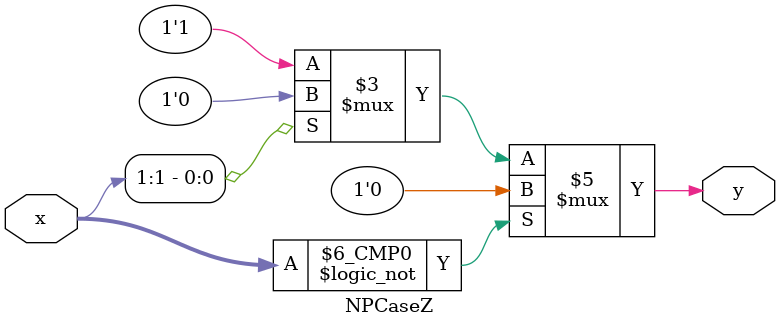
<source format=v>
module NPCaseZ (
    input [1:0] x,
    output y
);

always @(x) begin
    casez (x)
        2'b00: y = 0;
        2'b0Z: y = 1; 
        default: y = 0;
    endcase
end
    
endmodule
</source>
